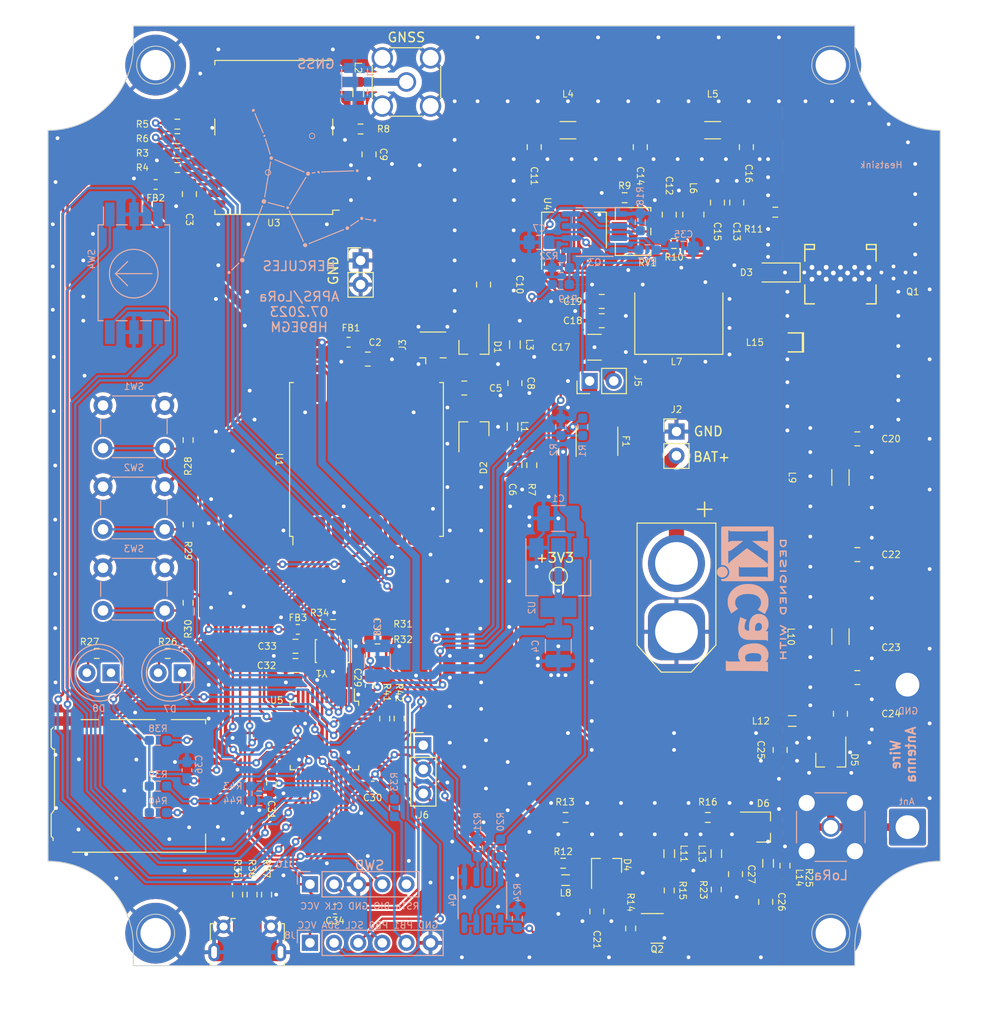
<source format=kicad_pcb>
(kicad_pcb (version 20221018) (generator pcbnew)

  (general
    (thickness 1.6)
  )

  (paper "A4")
  (title_block
    (title "Hercules")
    (date "2023-07-26")
    (rev "0")
    (company "HB9EGM")
    (comment 1 "LoRa GNSS Tracker with PA")
  )

  (layers
    (0 "F.Cu" signal)
    (31 "B.Cu" signal)
    (32 "B.Adhes" user "B.Adhesive")
    (33 "F.Adhes" user "F.Adhesive")
    (34 "B.Paste" user)
    (35 "F.Paste" user)
    (36 "B.SilkS" user "B.Silkscreen")
    (37 "F.SilkS" user "F.Silkscreen")
    (38 "B.Mask" user)
    (39 "F.Mask" user)
    (40 "Dwgs.User" user "User.Drawings")
    (41 "Cmts.User" user "User.Comments")
    (42 "Eco1.User" user "User.Eco1")
    (43 "Eco2.User" user "User.Eco2")
    (44 "Edge.Cuts" user)
    (45 "Margin" user)
    (46 "B.CrtYd" user "B.Courtyard")
    (47 "F.CrtYd" user "F.Courtyard")
    (48 "B.Fab" user)
    (49 "F.Fab" user)
    (50 "User.1" user)
    (51 "User.2" user)
    (52 "User.3" user)
    (53 "User.4" user)
    (54 "User.5" user)
    (55 "User.6" user)
    (56 "User.7" user)
    (57 "User.8" user)
    (58 "User.9" user)
  )

  (setup
    (stackup
      (layer "F.SilkS" (type "Top Silk Screen"))
      (layer "F.Paste" (type "Top Solder Paste"))
      (layer "F.Mask" (type "Top Solder Mask") (thickness 0.01))
      (layer "F.Cu" (type "copper") (thickness 0.035))
      (layer "dielectric 1" (type "core") (thickness 1.51) (material "FR4") (epsilon_r 4.5) (loss_tangent 0.02))
      (layer "B.Cu" (type "copper") (thickness 0.035))
      (layer "B.Mask" (type "Bottom Solder Mask") (thickness 0.01))
      (layer "B.Paste" (type "Bottom Solder Paste"))
      (layer "B.SilkS" (type "Bottom Silk Screen"))
      (copper_finish "None")
      (dielectric_constraints no)
    )
    (pad_to_mask_clearance 0)
    (pcbplotparams
      (layerselection 0x00010f0_ffffffff)
      (plot_on_all_layers_selection 0x0000000_00000000)
      (disableapertmacros false)
      (usegerberextensions false)
      (usegerberattributes true)
      (usegerberadvancedattributes true)
      (creategerberjobfile true)
      (dashed_line_dash_ratio 12.000000)
      (dashed_line_gap_ratio 3.000000)
      (svgprecision 4)
      (plotframeref false)
      (viasonmask false)
      (mode 1)
      (useauxorigin false)
      (hpglpennumber 1)
      (hpglpenspeed 20)
      (hpglpendiameter 15.000000)
      (dxfpolygonmode true)
      (dxfimperialunits true)
      (dxfusepcbnewfont true)
      (psnegative false)
      (psa4output false)
      (plotreference true)
      (plotvalue true)
      (plotinvisibletext false)
      (sketchpadsonfab false)
      (subtractmaskfromsilk false)
      (outputformat 5)
      (mirror false)
      (drillshape 0)
      (scaleselection 1)
      (outputdirectory "out")
    )
  )

  (net 0 "")
  (net 1 "+BATT")
  (net 2 "GND")
  (net 3 "Net-(U1-3.3V)")
  (net 4 "Net-(U3-VCC)")
  (net 5 "+3V3")
  (net 6 "Net-(D1-K)")
  (net 7 "Net-(J3-In)")
  (net 8 "Net-(C6-Pad1)")
  (net 9 "/GATE_SUPPLY")
  (net 10 "/PIN_TX")
  (net 11 "Net-(C9-Pad2)")
  (net 12 "Net-(C10-Pad1)")
  (net 13 "Net-(D1-A)")
  (net 14 "Net-(C12-Pad1)")
  (net 15 "Net-(C13-Pad2)")
  (net 16 "Net-(C14-Pad1)")
  (net 17 "Net-(Q1-G)")
  (net 18 "Net-(J5-Pin_2)")
  (net 19 "Net-(Q1-D)")
  (net 20 "Net-(D4-A)")
  (net 21 "Net-(C22-Pad1)")
  (net 22 "Net-(C23-Pad1)")
  (net 23 "Net-(D5-A)")
  (net 24 "Net-(C26-Pad1)")
  (net 25 "/PIN_RX")
  (net 26 "Net-(U5-VDDA)")
  (net 27 "unconnected-(D1-NC-Pad2)")
  (net 28 "Net-(D2-A)")
  (net 29 "unconnected-(D2-NC-Pad2)")
  (net 30 "Net-(D3-A)")
  (net 31 "unconnected-(D4-NC-Pad2)")
  (net 32 "Net-(D4-K)")
  (net 33 "unconnected-(D5-NC-Pad2)")
  (net 34 "Net-(D5-K)")
  (net 35 "Net-(D6-A)")
  (net 36 "unconnected-(D6-NC-Pad2)")
  (net 37 "/Control/LED_TXn")
  (net 38 "Net-(D7-A)")
  (net 39 "/Control/STATUSn")
  (net 40 "Net-(D8-A)")
  (net 41 "/BAT+")
  (net 42 "/EN_RX")
  (net 43 "unconnected-(J9-VBUS-Pad1)")
  (net 44 "/Control/USB_DM")
  (net 45 "/Control/USB_DP")
  (net 46 "unconnected-(J9-ID-Pad4)")
  (net 47 "/Control/SWCLK")
  (net 48 "/Control/SWDIO")
  (net 49 "/Control/RESETn")
  (net 50 "Net-(J11-DAT2)")
  (net 51 "/Control/SD_SSn")
  (net 52 "/Control/SPI1_MOSI")
  (net 53 "/Control/SPI1_SCK")
  (net 54 "/Control/SPI1_MISO")
  (net 55 "Net-(J11-DAT1)")
  (net 56 "unconnected-(J11-DET_B-Pad9)")
  (net 57 "/Control/SD_DET")
  (net 58 "Net-(J13-In)")
  (net 59 "Net-(L8-Pad2)")
  (net 60 "Net-(L11-Pad2)")
  (net 61 "Net-(Q2-B)")
  (net 62 "Net-(Q2-C)")
  (net 63 "/EN_PA")
  (net 64 "Net-(Q3B-G)")
  (net 65 "Net-(Q4B-G)")
  (net 66 "Net-(Q4B-D-Pad5)")
  (net 67 "/Control/BAT_MEAS")
  (net 68 "Net-(U3-TXD{slash}SPI_MISO)")
  (net 69 "/Control/USART1_RX")
  (net 70 "Net-(U3-RXD{slash}SPI_MOSI)")
  (net 71 "/Control/USART1_TX")
  (net 72 "Net-(U3-SDA{slash}~{SPI_CS})")
  (net 73 "/Control/SDA")
  (net 74 "Net-(U3-SCL{slash}SPI_CLK)")
  (net 75 "/Control/SCL")
  (net 76 "Net-(U3-VCC_RF)")
  (net 77 "Net-(R9-Pad1)")
  (net 78 "Net-(U4-VO)")
  (net 79 "Net-(R10-Pad2)")
  (net 80 "/Control/BTN1n")
  (net 81 "/Control/BTN2n")
  (net 82 "/Control/BTN3n")
  (net 83 "/Control/XTAL1")
  (net 84 "/Control/XTAL2")
  (net 85 "Net-(U5-PA11)")
  (net 86 "Net-(U5-PA12)")
  (net 87 "/Control/BOOT0")
  (net 88 "/Control/BOOT1")
  (net 89 "unconnected-(U3-~{SAFEBOOT}-Pad1)")
  (net 90 "unconnected-(U3-D_SEL-Pad2)")
  (net 91 "unconnected-(U3-TIMEPULSE-Pad3)")
  (net 92 "unconnected-(U3-EXTINT-Pad4)")
  (net 93 "unconnected-(U3-USB_DM-Pad5)")
  (net 94 "unconnected-(U3-USB_DP-Pad6)")
  (net 95 "unconnected-(U3-~{RESET}-Pad8)")
  (net 96 "unconnected-(U3-LNA_EN-Pad14)")
  (net 97 "unconnected-(U3-RESERVED-Pad15)")
  (net 98 "unconnected-(U3-RESERVED-Pad16)")
  (net 99 "unconnected-(U3-RESERVED-Pad17)")
  (net 100 "unconnected-(U5-VBAT-Pad1)")
  (net 101 "unconnected-(U5-PA1-Pad11)")
  (net 102 "/Control/SPI1_SSn")
  (net 103 "/Control/PB0")
  (net 104 "/Control/PB1")
  (net 105 "/Control/DIO0")
  (net 106 "/Control/LORA_RESET")
  (net 107 "Net-(SW4-D0)")
  (net 108 "Net-(SW4-D1)")
  (net 109 "Net-(SW4-D2)")
  (net 110 "Net-(SW4-D3)")
  (net 111 "unconnected-(U5-PA8-Pad29)")
  (net 112 "unconnected-(U5-PA15-Pad38)")
  (net 113 "unconnected-(U5-PB5-Pad41)")
  (net 114 "unconnected-(U1-DIO5-Pad7)")
  (net 115 "unconnected-(U1-DIO3-Pad11)")
  (net 116 "unconnected-(U1-DIO4-Pad12)")
  (net 117 "unconnected-(U1-DIO1-Pad15)")
  (net 118 "unconnected-(U1-DIO2-Pad16)")
  (net 119 "Net-(L15-Pad2)")

  (footprint "Package_TO_SOT_SMD:SOT-23" (layer "F.Cu") (at 154.178 163.068))

  (footprint "Resistor_SMD:R_0603_1608Metric_Pad0.98x0.95mm_HandSolder" (layer "F.Cu") (at 95.1415 134.112 180))

  (footprint "Capacitor_SMD:C_0805_2012Metric_Pad1.18x1.45mm_HandSolder" (layer "F.Cu") (at 173.482 140.462 90))

  (footprint "Capacitor_SMD:C_0805_2012Metric_Pad1.18x1.45mm_HandSolder" (layer "F.Cu") (at 123.698 103.1025 180))

  (footprint "Capacitor_SMD:C_0805_2012Metric_Pad1.18x1.45mm_HandSolder" (layer "F.Cu") (at 116.078 135.382))

  (footprint "Package_TO_SOT_SMD:SOT-223-3_TabPin2" (layer "F.Cu") (at 145.415 89.535 90))

  (footprint "Resistor_SMD:R_0603_1608Metric_Pad0.98x0.95mm_HandSolder" (layer "F.Cu") (at 144.272 156.21 180))

  (footprint "mpb:Fuse_MF_SMDF150" (layer "F.Cu") (at 147.828 111.76 90))

  (footprint "Package_TO_SOT_SMD:SOT-23_Handsoldering" (layer "F.Cu") (at 134.874 110.4685 90))

  (footprint "Package_TO_SOT_SMD:SOT-23_Handsoldering" (layer "F.Cu") (at 165.354 152.4))

  (footprint "Resistor_SMD:R_0603_1608Metric_Pad0.98x0.95mm_HandSolder" (layer "F.Cu") (at 120.0385 131.064 180))

  (footprint "Resistor_SMD:R_0603_1608Metric_Pad0.98x0.95mm_HandSolder" (layer "F.Cu") (at 104.77 120.523 90))

  (footprint "Resistor_SMD:R_0603_1608Metric_Pad0.98x0.95mm_HandSolder" (layer "F.Cu") (at 124.714 132.588))

  (footprint "Inductor_SMD:L_0805_2012Metric_Pad1.05x1.20mm_HandSolder" (layer "F.Cu") (at 168.402 141.224 180))

  (footprint "Connector_PinHeader_2.54mm:PinHeader_1x02_P2.54mm_Vertical" (layer "F.Cu") (at 147.061 105.41 90))

  (footprint "Crystal:Resonator_SMD_Murata_CSTxExxV-3Pin_3.0x1.1mm_HandSoldering" (layer "F.Cu") (at 119.9685 133.858 180))

  (footprint "Resistor_SMD:R_0603_1608Metric_Pad0.98x0.95mm_HandSolder" (layer "F.Cu") (at 104.77 128.778 90))

  (footprint "Resistor_SMD:R_0603_1608Metric_Pad0.98x0.95mm_HandSolder" (layer "F.Cu") (at 109.982 159.512 90))

  (footprint "Capacitor_SMD:C_0805_2012Metric_Pad1.18x1.45mm_HandSolder" (layer "F.Cu") (at 167.132 144.272 -90))

  (footprint "Inductor_SMD:L_0805_2012Metric_Pad1.05x1.20mm_HandSolder" (layer "F.Cu") (at 144.526 157.988 180))

  (footprint "Capacitor_SMD:C_0805_2012Metric_Pad1.18x1.45mm_HandSolder" (layer "F.Cu") (at 165.608 160.274 -90))

  (footprint "Resistor_SMD:R_0603_1608Metric_Pad0.98x0.95mm_HandSolder" (layer "F.Cu") (at 104.77 111.633 90))

  (footprint "RF_GPS:ublox_NEO" (layer "F.Cu") (at 113.792 79.756 180))

  (footprint "Resistor_SMD:R_0603_1608Metric_Pad0.98x0.95mm_HandSolder" (layer "F.Cu") (at 103.632 81.407 180))

  (footprint "Inductor_SMD:L_0603_1608Metric_Pad1.05x0.95mm_HandSolder" (layer "F.Cu") (at 121.666 101.3245 180))

  (footprint "Connector_PinHeader_2.54mm:PinHeader_1x02_P2.54mm_Vertical" (layer "F.Cu") (at 122.936 92.71))

  (footprint "Inductor_SMD:L_1008_2520Metric_Pad1.43x2.20mm_HandSolder" (layer "F.Cu") (at 157.988 87.884 -90))

  (footprint "Resistor_SMD:R_0603_1608Metric_Pad0.98x0.95mm_HandSolder" (layer "F.Cu") (at 151.384 163.068 90))

  (footprint "Capacitor_SMD:C_0805_2012Metric_Pad1.18x1.45mm_HandSolder" (layer "F.Cu") (at 123.825 81.534 90))

  (footprint "Connector_AMASS:AMASS_XT60-M_1x02_P7.20mm_Vertical" (layer "F.Cu") (at 156.21 131.826 90))

  (footprint "Resistor_SMD:R_0603_1608Metric_Pad0.98x0.95mm_HandSolder" (layer "F.Cu") (at 160.401 158.9805 -90))

  (footprint "Resistor_SMD:R_0603_1608Metric_Pad0.98x0.95mm_HandSolder" (layer "F.Cu") (at 124.714 131.064))

  (footprint "MountingHole:MountingHole_3.2mm_M3_Pad" (layer "F.Cu") (at 101.346 163.576))

  (footprint "MountingHole:MountingHole_3.2mm_M3_Pad" (layer "F.Cu") (at 172.466 72.136))

  (footprint "Connector_Coaxial:U.FL_Hirose_U.FL-R-SMT-1_Vertical" (layer "F.Cu") (at 130.556 102.0865 90))

  (footprint "Resistor_SMD:R_0603_1608Metric_Pad0.98x0.95mm_HandSolder" (layer "F.Cu") (at 125.476 140.97 -90))

  (footprint "Capacitor_SMD:C_0805_2012Metric_Pad1.18x1.45mm_HandSolder" (layer "F.Cu") (at 135.89 95.25 -90))

  (footprint "Capacitor_SMD:C_0805_2012Metric_Pad1.18x1.45mm_HandSolder" (layer "F.Cu") (at 141.224 80.772 -90))

  (footprint "Connector_PinHeader_2.54mm:PinHeader_1x03_P2.54mm_Vertical" (layer "F.Cu") (at 129.54 143.779))

  (footprint "Capacitor_SMD:C_0805_2012Metric_Pad1.18x1.45mm_HandSolder" (layer "F.Cu") (at 175.26 136.652))

  (footprint "Connector_Coaxial:SMA_Amphenol_132291_Vertical" (layer "F.Cu") (at 127.762 73.914))

  (footprint "Capacitor_SMD:C_0805_2012Metric_Pad1.18x1.45mm_HandSolder" (layer "F.Cu") (at 139.192 105.6425 -90))

  (footprint "Capacitor_SMD:C_0805_2012Metric_Pad1.18x1.45mm_HandSolder" (layer "F.Cu") (at 162.56 86.614 -90))

  (footprint "Resistor_SMD:R_0603_1608Metric_Pad0.98x0.95mm_HandSolder" (layer "F.Cu") (at 155.448 159.07 -90))

  (footprint "Package_TO_SOT_SMD:SOT-23_Handsoldering" (layer "F.Cu") (at 148.844 156.464 90))

  (footprint "mpb:L_Coilcraft_1812SMS" (layer "F.Cu") (at 156.21 99.314 90))

  (footprint "Capacitor_SMD:C_0805_2012Metric_Pad1.18x1.45mm_HandSolder" (layer "F.Cu") (at 147.828 161.29 -90))

  (footprint "Resistor_SMD:R_0603_1608Metric_Pad0.98x0.95mm_HandSolder" (layer "F.Cu") (at 159.512 151.384 180))

  (footprint "Capacitor_SMD:C_0805_2012Metric_Pad1.18x1.45mm_HandSolder" (layer "F.Cu") (at 148.336 99.06 180))

  (footprint "Capacitor_SMD:C_0603_1608Metric_Pad1.08x0.95mm_HandSolder" (layer "F.Cu") (at 123.952 137.5145 90))

  (footprint "Capacitor_SMD:C_0805_2012Metric_Pad1.18x1.45mm_HandSolder" (layer "F.Cu")
    (tstamp 760ccdd2-928f-44d0-9b74-a2119bc5982a)
    (at 175.26 123.698)
    (descr "Capacitor SMD 0805 (2012 Metric), square (rectangular) end terminal, IPC_7351 nominal with elongated pad for handsoldering. (Body size source: IPC-SM-782 page 76, https://www.pcb-3d.com/wordpress/wp-content/uploads/ipc-sm-782a_amendment_1_and_2.pdf, https://docs.google.com/spreadsheets/d/1BsfQQcO9C6DZCsRaXUlFlo91Tg2WpOkGARC1WS5S8t0/edit?usp=sharing), generated with kicad-footprint-generator")
    (tags "capacitor handsolder")
    (property "MPN" "")
    (property "Need_order" "")
    (property "Sheetfile" "tracker-kicad.kicad_sch")
    (property "Sheetname" "")
    (property "ki_description" "Unpolarized capacitor, small symbol")
    (property "ki_keywords" "capacitor cap")
    (path "/98aac2c3-ee76-4280-aac9-39e1d85593d5")
    (attr smd)
    (fp_text reference "C22" (at 3.556 0 unlocked) (layer "F.SilkS")
        (effects (font (size 0.7 0.7) (thickness 0.1)))
      (tstamp 43950934-fef9-4123-8161-04845cc1592d)
    )
    (fp_text value "18pF" (at 0 1.68) (layer "F.Fab")
        (effects (font (size 1 1) (thickness 0.15)))
      (tstamp 19d8c720-1847-42f7-92a0-fe32e5d3c882)
    )
    (fp_text user "${REFERENCE}" (at 0 0) (layer "F.Fab")
        (effects (font (size 0.5 0.5) (thickness 0.08)))
      (tstamp 233f7db1-5636-49aa-8e4f-9ed476f80c96)
    )
    (fp_line (start -0.261252 -0.735) (end 0.261252 -0.735)
      (stroke (width 0.12) (type solid)) (layer "F.SilkS") (tstamp 8a01fbf4-4e35-4d78-a7c1-d337363a5c8b))
    (fp_line (start -0.261252 0.735) (end 0.261252 0.735)
      (stroke (width 0.12) (type solid)) (layer "F.SilkS") (tstamp e06a6a4c-a2c9-495e-b1c2-6f404c4645a1))
    (fp_line (start -1.88 -0.98) (end 1.88 -0.98)
      (stroke (width 0.05) (type solid)) (layer "F.CrtYd") (tstamp 778a4890-85c0-4c07-ac1d-5778b805be1a))
    (fp_line (start -1.88 0.98) (end -1.88 -0.98)
      (stroke (width 0.05) (type solid)) (layer "F.CrtYd") (tstamp 297265da-e18c-482e-98d0-5770cc067aed))
    (fp_line (start 1.88 -0.98) (end 1.88 0.98)
      (stroke (width 0.05) (type solid)) (layer "F.CrtYd") (tstamp 953d2572-209b-47cf-bfa1-a2134b07f1ff))
    (fp_line (start 1.88 0.98) (end -1.88 0.98)
      (stroke (width 0.05) (type solid)) (layer "F.CrtYd") (tstamp 7eafb741-ba03-479e-b8d8-215d77652edf))
    (fp_line (start -1 -0.625) (end 1 -0.625)
      (stroke (width 0.1) (type solid)) (layer "F.Fab") (tstamp 670a32bb-8804-4147-a4d5-2ff3837cf29f))
    (fp_line (start -1 0.625) (end -1 -0.625)
      (stroke (width 0.1) (type solid)) (layer "F.Fab") (tstamp f321921b-ede6-475a-b693-0d0347ccf493))
    (fp_line (start 1 -0.625) (end 1 0.625)
      (stroke (width 0.1) (type solid)) (layer "F.Fab") (tstamp ef85d0a1-0376-4ce7-a659-bc9e3ef1d23e))
    (fp_line (start 1 0.625) (end -1 0.625)
      (stroke (width 0.1) (type solid)) (layer "F.Fab") (tstamp 9340f23a
... [1672261 chars truncated]
</source>
